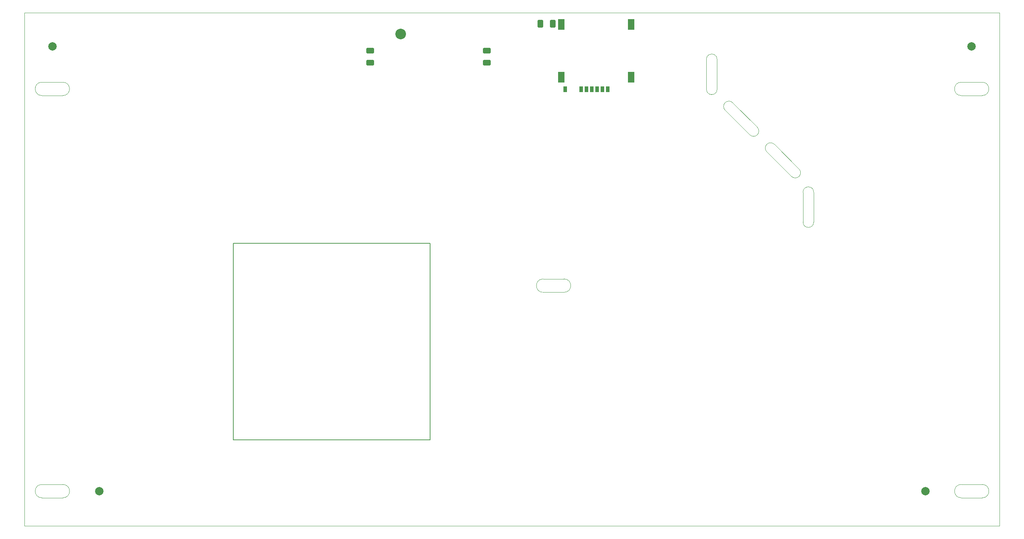
<source format=gbp>
G04*
G04 #@! TF.GenerationSoftware,Altium Limited,Altium Designer,23.1.1 (15)*
G04*
G04 Layer_Color=128*
%FSLAX44Y44*%
%MOMM*%
G71*
G04*
G04 #@! TF.SameCoordinates,5873BA87-B4A8-4489-8BBC-5F2359CC4874*
G04*
G04*
G04 #@! TF.FilePolarity,Positive*
G04*
G01*
G75*
%ADD12C,0.1270*%
%ADD23C,0.0254*%
%ADD24C,0.1020*%
%ADD25C,0.1016*%
%ADD36C,2.0000*%
G04:AMPARAMS|DCode=138|XSize=1.85mm|YSize=1.3mm|CornerRadius=0.1625mm|HoleSize=0mm|Usage=FLASHONLY|Rotation=270.000|XOffset=0mm|YOffset=0mm|HoleType=Round|Shape=RoundedRectangle|*
%AMROUNDEDRECTD138*
21,1,1.8500,0.9750,0,0,270.0*
21,1,1.5250,1.3000,0,0,270.0*
1,1,0.3250,-0.4875,-0.7625*
1,1,0.3250,-0.4875,0.7625*
1,1,0.3250,0.4875,0.7625*
1,1,0.3250,0.4875,-0.7625*
%
%ADD138ROUNDEDRECTD138*%
G04:AMPARAMS|DCode=139|XSize=1.85mm|YSize=1.3mm|CornerRadius=0.1625mm|HoleSize=0mm|Usage=FLASHONLY|Rotation=180.000|XOffset=0mm|YOffset=0mm|HoleType=Round|Shape=RoundedRectangle|*
%AMROUNDEDRECTD139*
21,1,1.8500,0.9750,0,0,180.0*
21,1,1.5250,1.3000,0,0,180.0*
1,1,0.3250,-0.7625,0.4875*
1,1,0.3250,0.7625,0.4875*
1,1,0.3250,0.7625,-0.4875*
1,1,0.3250,-0.7625,-0.4875*
%
%ADD139ROUNDEDRECTD139*%
%ADD347R,1.5600X2.6100*%
%ADD348R,0.9000X1.3500*%
%ADD349C,2.5400*%
D12*
X968042Y205674D02*
Y675574D01*
X498041Y675674D02*
X968042D01*
X498041Y205674D02*
Y675574D01*
Y205674D02*
Y205774D01*
Y205674D02*
X968042D01*
D23*
X2286508Y1028956D02*
G03*
X2286508Y1060956I0J16000D01*
G01*
X2236508D02*
G03*
X2236508Y1028956I0J-16000D01*
G01*
X41294Y1060954D02*
G03*
X41294Y1028954I0J-16000D01*
G01*
X91294D02*
G03*
X91294Y1060954I0J16000D01*
G01*
X2286628Y67290D02*
G03*
X2286628Y99290I0J16000D01*
G01*
X2236628D02*
G03*
X2236628Y67290I0J-16000D01*
G01*
X41338Y99271D02*
G03*
X41338Y67271I0J-16000D01*
G01*
X91338D02*
G03*
X91338Y99271I0J16000D01*
G01*
X1288135Y558551D02*
G03*
X1288135Y590551I0J16000D01*
G01*
X1238135D02*
G03*
X1238135Y558551I0J-16000D01*
G01*
X1884172Y798068D02*
G03*
X1858772Y798068I-12700J0D01*
G01*
Y726440D02*
G03*
X1884172Y726440I12700J0D01*
G01*
X1790296Y912445D02*
G03*
X1772322Y894498I-8994J-8967D01*
G01*
X1831250Y835570D02*
G03*
X1849210Y853530I8980J8980D01*
G01*
X1731682Y935138D02*
G03*
X1749642Y953098I8980J8980D01*
G01*
X1690728Y1012013D02*
G03*
X1672754Y994066I-8994J-8967D01*
G01*
X1628140Y1043940D02*
G03*
X1653540Y1043940I12700J0D01*
G01*
Y1115568D02*
G03*
X1628140Y1115568I-12700J0D01*
G01*
X2236508Y1028956D02*
X2286508D01*
X2236508Y1060956D02*
X2286508D01*
X41294Y1060954D02*
X91294D01*
X41294Y1028954D02*
X91294D01*
X2236628Y67290D02*
X2286628D01*
X2236628Y99290D02*
X2286628D01*
X41338Y99271D02*
X91338D01*
X41338Y67271D02*
X91338D01*
X1238135Y558551D02*
X1288135D01*
X1238135Y590551D02*
X1288135D01*
X1858772Y726440D02*
Y798068D01*
X1884172Y726440D02*
Y798068D01*
X1790282Y912458D02*
X1849210Y853530D01*
X1772322Y894498D02*
X1831250Y835570D01*
X1672754Y994066D02*
X1731682Y935138D01*
X1690714Y1012026D02*
X1749642Y953098D01*
X1653540Y1043940D02*
Y1115568D01*
X1628140Y1043940D02*
Y1115568D01*
D24*
X-1Y1226566D02*
X2327910Y1226566D01*
D25*
X2327910Y0D01*
X-1Y1226566D02*
X0Y0D01*
X2327910D01*
D36*
X66294Y1146810D02*
D03*
X2151124Y83312D02*
D03*
X178562D02*
D03*
X2260854Y1146810D02*
D03*
D138*
X1260878Y1200912D02*
D03*
X1231878D02*
D03*
D139*
X1103630Y1107164D02*
D03*
Y1136164D02*
D03*
X824992D02*
D03*
Y1107164D02*
D03*
D347*
X1281253Y1072834D02*
D03*
Y1199134D02*
D03*
X1448053D02*
D03*
Y1072834D02*
D03*
D348*
X1392203Y1044084D02*
D03*
X1366803D02*
D03*
X1341403D02*
D03*
X1379503D02*
D03*
X1354103D02*
D03*
X1328703D02*
D03*
X1290603D02*
D03*
D349*
X898398Y1176528D02*
D03*
M02*

</source>
